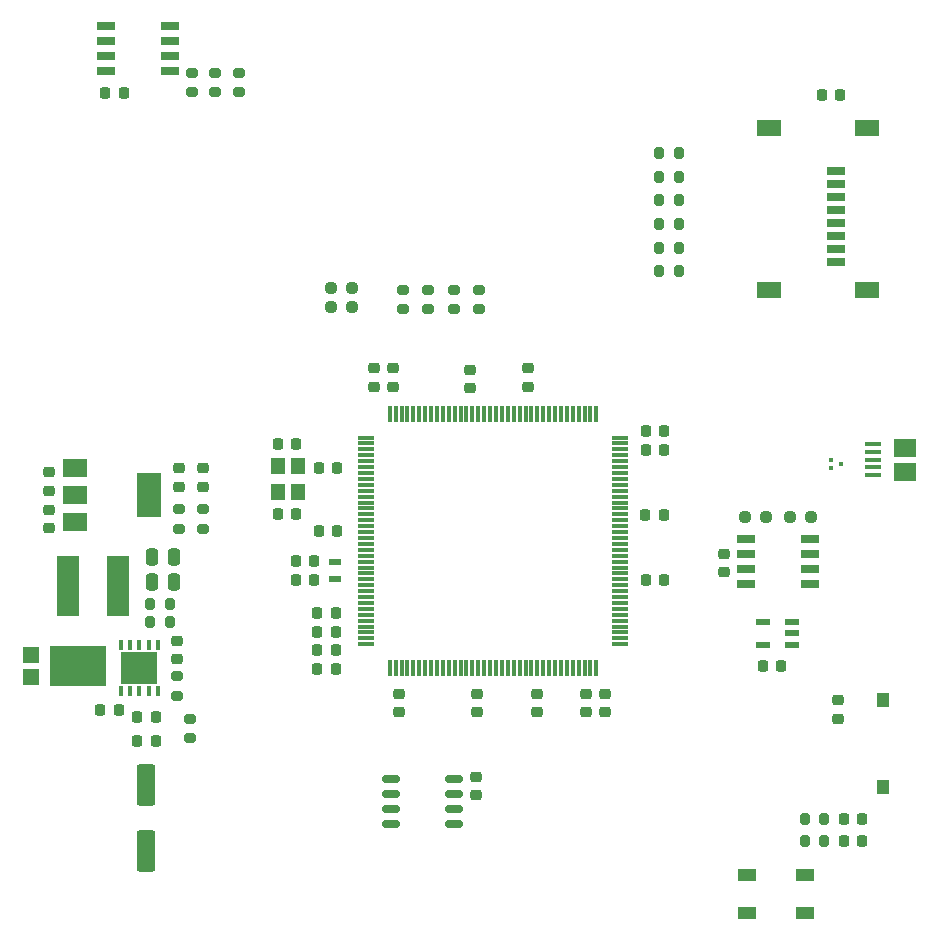
<source format=gbr>
%TF.GenerationSoftware,KiCad,Pcbnew,(6.0.0)*%
%TF.CreationDate,2022-01-20T18:10:17+07:00*%
%TF.ProjectId,CubeSat Thesis MCU V2,43756265-5361-4742-9054-686573697320,rev?*%
%TF.SameCoordinates,Original*%
%TF.FileFunction,Paste,Top*%
%TF.FilePolarity,Positive*%
%FSLAX46Y46*%
G04 Gerber Fmt 4.6, Leading zero omitted, Abs format (unit mm)*
G04 Created by KiCad (PCBNEW (6.0.0)) date 2022-01-20 18:10:17*
%MOMM*%
%LPD*%
G01*
G04 APERTURE LIST*
G04 Aperture macros list*
%AMRoundRect*
0 Rectangle with rounded corners*
0 $1 Rounding radius*
0 $2 $3 $4 $5 $6 $7 $8 $9 X,Y pos of 4 corners*
0 Add a 4 corners polygon primitive as box body*
4,1,4,$2,$3,$4,$5,$6,$7,$8,$9,$2,$3,0*
0 Add four circle primitives for the rounded corners*
1,1,$1+$1,$2,$3*
1,1,$1+$1,$4,$5*
1,1,$1+$1,$6,$7*
1,1,$1+$1,$8,$9*
0 Add four rect primitives between the rounded corners*
20,1,$1+$1,$2,$3,$4,$5,0*
20,1,$1+$1,$4,$5,$6,$7,0*
20,1,$1+$1,$6,$7,$8,$9,0*
20,1,$1+$1,$8,$9,$2,$3,0*%
G04 Aperture macros list end*
%ADD10RoundRect,0.225000X-0.225000X-0.250000X0.225000X-0.250000X0.225000X0.250000X-0.225000X0.250000X0*%
%ADD11R,1.200000X0.600000*%
%ADD12RoundRect,0.225000X-0.250000X0.225000X-0.250000X-0.225000X0.250000X-0.225000X0.250000X0.225000X0*%
%ADD13RoundRect,0.225000X0.225000X0.250000X-0.225000X0.250000X-0.225000X-0.250000X0.225000X-0.250000X0*%
%ADD14RoundRect,0.200000X-0.200000X-0.275000X0.200000X-0.275000X0.200000X0.275000X-0.200000X0.275000X0*%
%ADD15RoundRect,0.200000X-0.275000X0.200000X-0.275000X-0.200000X0.275000X-0.200000X0.275000X0.200000X0*%
%ADD16R,1.475000X0.300000*%
%ADD17R,0.300000X1.475000*%
%ADD18RoundRect,0.150000X-0.625000X-0.150000X0.625000X-0.150000X0.625000X0.150000X-0.625000X0.150000X0*%
%ADD19RoundRect,0.250000X-0.550000X1.500000X-0.550000X-1.500000X0.550000X-1.500000X0.550000X1.500000X0*%
%ADD20RoundRect,0.225000X0.250000X-0.225000X0.250000X0.225000X-0.250000X0.225000X-0.250000X-0.225000X0*%
%ADD21RoundRect,0.218750X-0.218750X-0.256250X0.218750X-0.256250X0.218750X0.256250X-0.218750X0.256250X0*%
%ADD22RoundRect,0.250000X-0.250000X-0.475000X0.250000X-0.475000X0.250000X0.475000X-0.250000X0.475000X0*%
%ADD23RoundRect,0.200000X0.275000X-0.200000X0.275000X0.200000X-0.275000X0.200000X-0.275000X-0.200000X0*%
%ADD24R,1.100000X0.600000*%
%ADD25R,1.350000X0.400000*%
%ADD26R,1.900000X1.500000*%
%ADD27R,1.400000X1.390000*%
%ADD28R,4.860000X3.360000*%
%ADD29R,1.528000X0.650000*%
%ADD30R,0.300000X0.300000*%
%ADD31RoundRect,0.218750X-0.256250X0.218750X-0.256250X-0.218750X0.256250X-0.218750X0.256250X0.218750X0*%
%ADD32R,0.350000X0.850000*%
%ADD33R,3.100000X2.700000*%
%ADD34RoundRect,0.237500X-0.250000X-0.237500X0.250000X-0.237500X0.250000X0.237500X-0.250000X0.237500X0*%
%ADD35R,1.500000X0.800000*%
%ADD36R,2.000000X1.450000*%
%ADD37R,1.525000X0.650000*%
%ADD38RoundRect,0.237500X0.250000X0.237500X-0.250000X0.237500X-0.250000X-0.237500X0.250000X-0.237500X0*%
%ADD39R,1.000000X1.200000*%
%ADD40R,1.200000X1.400000*%
%ADD41RoundRect,0.218750X0.218750X0.256250X-0.218750X0.256250X-0.218750X-0.256250X0.218750X-0.256250X0*%
%ADD42R,1.900000X5.100000*%
%ADD43R,2.000000X1.500000*%
%ADD44R,2.000000X3.800000*%
%ADD45R,1.500000X1.000000*%
%ADD46RoundRect,0.200000X0.200000X0.275000X-0.200000X0.275000X-0.200000X-0.275000X0.200000X-0.275000X0*%
G04 APERTURE END LIST*
D10*
%TO.C,C10*%
X100350000Y-87225000D03*
X101900000Y-87225000D03*
%TD*%
D11*
%TO.C,U3*%
X143925000Y-104200000D03*
X143925000Y-103250000D03*
X143925000Y-102300000D03*
X141425000Y-102300000D03*
X141425000Y-104200000D03*
%TD*%
D12*
%TO.C,C7*%
X91800000Y-103875000D03*
X91800000Y-105425000D03*
%TD*%
%TO.C,C28*%
X110600000Y-108350000D03*
X110600000Y-109900000D03*
%TD*%
D13*
%TO.C,C12*%
X103475000Y-97125000D03*
X101925000Y-97125000D03*
%TD*%
D14*
%TO.C,R7*%
X145000000Y-119000000D03*
X146650000Y-119000000D03*
%TD*%
%TO.C,R23*%
X132675000Y-66600000D03*
X134325000Y-66600000D03*
%TD*%
D15*
%TO.C,R14*%
X111000000Y-74175000D03*
X111000000Y-75825000D03*
%TD*%
D16*
%TO.C,IC2*%
X107862000Y-86675000D03*
X107862000Y-87175000D03*
X107862000Y-87675000D03*
X107862000Y-88175000D03*
X107862000Y-88675000D03*
X107862000Y-89175000D03*
X107862000Y-89675000D03*
X107862000Y-90175000D03*
X107862000Y-90675000D03*
X107862000Y-91175000D03*
X107862000Y-91675000D03*
X107862000Y-92175000D03*
X107862000Y-92675000D03*
X107862000Y-93175000D03*
X107862000Y-93675000D03*
X107862000Y-94175000D03*
X107862000Y-94675000D03*
X107862000Y-95175000D03*
X107862000Y-95675000D03*
X107862000Y-96175000D03*
X107862000Y-96675000D03*
X107862000Y-97175000D03*
X107862000Y-97675000D03*
X107862000Y-98175000D03*
X107862000Y-98675000D03*
X107862000Y-99175000D03*
X107862000Y-99675000D03*
X107862000Y-100175000D03*
X107862000Y-100675000D03*
X107862000Y-101175000D03*
X107862000Y-101675000D03*
X107862000Y-102175000D03*
X107862000Y-102675000D03*
X107862000Y-103175000D03*
X107862000Y-103675000D03*
X107862000Y-104175000D03*
D17*
X109850000Y-106163000D03*
X110350000Y-106163000D03*
X110850000Y-106163000D03*
X111350000Y-106163000D03*
X111850000Y-106163000D03*
X112350000Y-106163000D03*
X112850000Y-106163000D03*
X113350000Y-106163000D03*
X113850000Y-106163000D03*
X114350000Y-106163000D03*
X114850000Y-106163000D03*
X115350000Y-106163000D03*
X115850000Y-106163000D03*
X116350000Y-106163000D03*
X116850000Y-106163000D03*
X117350000Y-106163000D03*
X117850000Y-106163000D03*
X118350000Y-106163000D03*
X118850000Y-106163000D03*
X119350000Y-106163000D03*
X119850000Y-106163000D03*
X120350000Y-106163000D03*
X120850000Y-106163000D03*
X121350000Y-106163000D03*
X121850000Y-106163000D03*
X122350000Y-106163000D03*
X122850000Y-106163000D03*
X123350000Y-106163000D03*
X123850000Y-106163000D03*
X124350000Y-106163000D03*
X124850000Y-106163000D03*
X125350000Y-106163000D03*
X125850000Y-106163000D03*
X126350000Y-106163000D03*
X126850000Y-106163000D03*
X127350000Y-106163000D03*
D16*
X129338000Y-104175000D03*
X129338000Y-103675000D03*
X129338000Y-103175000D03*
X129338000Y-102675000D03*
X129338000Y-102175000D03*
X129338000Y-101675000D03*
X129338000Y-101175000D03*
X129338000Y-100675000D03*
X129338000Y-100175000D03*
X129338000Y-99675000D03*
X129338000Y-99175000D03*
X129338000Y-98675000D03*
X129338000Y-98175000D03*
X129338000Y-97675000D03*
X129338000Y-97175000D03*
X129338000Y-96675000D03*
X129338000Y-96175000D03*
X129338000Y-95675000D03*
X129338000Y-95175000D03*
X129338000Y-94675000D03*
X129338000Y-94175000D03*
X129338000Y-93675000D03*
X129338000Y-93175000D03*
X129338000Y-92675000D03*
X129338000Y-92175000D03*
X129338000Y-91675000D03*
X129338000Y-91175000D03*
X129338000Y-90675000D03*
X129338000Y-90175000D03*
X129338000Y-89675000D03*
X129338000Y-89175000D03*
X129338000Y-88675000D03*
X129338000Y-88175000D03*
X129338000Y-87675000D03*
X129338000Y-87175000D03*
X129338000Y-86675000D03*
D17*
X127350000Y-84687000D03*
X126850000Y-84687000D03*
X126350000Y-84687000D03*
X125850000Y-84687000D03*
X125350000Y-84687000D03*
X124850000Y-84687000D03*
X124350000Y-84687000D03*
X123850000Y-84687000D03*
X123350000Y-84687000D03*
X122850000Y-84687000D03*
X122350000Y-84687000D03*
X121850000Y-84687000D03*
X121350000Y-84687000D03*
X120850000Y-84687000D03*
X120350000Y-84687000D03*
X119850000Y-84687000D03*
X119350000Y-84687000D03*
X118850000Y-84687000D03*
X118350000Y-84687000D03*
X117850000Y-84687000D03*
X117350000Y-84687000D03*
X116850000Y-84687000D03*
X116350000Y-84687000D03*
X115850000Y-84687000D03*
X115350000Y-84687000D03*
X114850000Y-84687000D03*
X114350000Y-84687000D03*
X113850000Y-84687000D03*
X113350000Y-84687000D03*
X112850000Y-84687000D03*
X112350000Y-84687000D03*
X111850000Y-84687000D03*
X111350000Y-84687000D03*
X110850000Y-84687000D03*
X110350000Y-84687000D03*
X109850000Y-84687000D03*
%TD*%
D18*
%TO.C,U4*%
X109925000Y-115595000D03*
X109925000Y-116865000D03*
X109925000Y-118135000D03*
X109925000Y-119405000D03*
X115275000Y-119405000D03*
X115275000Y-118135000D03*
X115275000Y-116865000D03*
X115275000Y-115595000D03*
%TD*%
D19*
%TO.C,C1*%
X89200000Y-116100000D03*
X89200000Y-121700000D03*
%TD*%
D12*
%TO.C,C32*%
X147800000Y-108925000D03*
X147800000Y-110475000D03*
%TD*%
D20*
%TO.C,C18*%
X116650000Y-82500000D03*
X116650000Y-80950000D03*
%TD*%
D21*
%TO.C,L2*%
X103712500Y-106300000D03*
X105287500Y-106300000D03*
%TD*%
D22*
%TO.C,C8*%
X89700000Y-96763500D03*
X91600000Y-96763500D03*
%TD*%
D10*
%TO.C,C3*%
X88475000Y-112350000D03*
X90025000Y-112350000D03*
%TD*%
D13*
%TO.C,C11*%
X101900000Y-93125000D03*
X100350000Y-93125000D03*
%TD*%
D15*
%TO.C,R9*%
X93100000Y-55775000D03*
X93100000Y-57425000D03*
%TD*%
D23*
%TO.C,R19*%
X97100000Y-57425000D03*
X97100000Y-55775000D03*
%TD*%
D20*
%TO.C,C20*%
X121600000Y-82375000D03*
X121600000Y-80825000D03*
%TD*%
D24*
%TO.C,Y2*%
X105200000Y-98625000D03*
X105200000Y-97225000D03*
%TD*%
D20*
%TO.C,C16*%
X108500000Y-82350000D03*
X108500000Y-80800000D03*
%TD*%
D13*
%TO.C,C31*%
X105375000Y-89225000D03*
X103825000Y-89225000D03*
%TD*%
D20*
%TO.C,C17*%
X110100000Y-82350000D03*
X110100000Y-80800000D03*
%TD*%
D10*
%TO.C,C27*%
X141450000Y-106000000D03*
X143000000Y-106000000D03*
%TD*%
%TO.C,C36*%
X85775000Y-57475000D03*
X87325000Y-57475000D03*
%TD*%
D25*
%TO.C,J3*%
X150800000Y-89850000D03*
X150800000Y-89200000D03*
X150800000Y-88550000D03*
X150800000Y-87900000D03*
X150800000Y-87250000D03*
D26*
X153500000Y-87550000D03*
X153500000Y-89550000D03*
%TD*%
D14*
%TO.C,R6*%
X89588500Y-102317500D03*
X91238500Y-102317500D03*
%TD*%
%TO.C,R22*%
X132675000Y-68600000D03*
X134325000Y-68600000D03*
%TD*%
%TO.C,R12*%
X145000000Y-120800000D03*
X146650000Y-120800000D03*
%TD*%
D13*
%TO.C,C29*%
X105275000Y-101500000D03*
X103725000Y-101500000D03*
%TD*%
D27*
%TO.C,D3*%
X79448000Y-106920000D03*
X79448000Y-105080000D03*
D28*
X83430000Y-106000000D03*
%TD*%
D10*
%TO.C,C23*%
X131525000Y-98725000D03*
X133075000Y-98725000D03*
%TD*%
D29*
%TO.C,IC4*%
X91211000Y-55655000D03*
X91211000Y-54385000D03*
X91211000Y-53115000D03*
X91211000Y-51845000D03*
X85789000Y-51845000D03*
X85789000Y-53115000D03*
X85789000Y-54385000D03*
X85789000Y-55655000D03*
%TD*%
D13*
%TO.C,C5*%
X86888500Y-109717500D03*
X85338500Y-109717500D03*
%TD*%
D15*
%TO.C,R13*%
X113133333Y-74175000D03*
X113133333Y-75825000D03*
%TD*%
D30*
%TO.C,U2*%
X147202500Y-88575000D03*
X147202500Y-89275000D03*
X148052500Y-88925000D03*
%TD*%
D22*
%TO.C,C9*%
X89700000Y-98863500D03*
X91600000Y-98863500D03*
%TD*%
D10*
%TO.C,C21*%
X131525000Y-86150000D03*
X133075000Y-86150000D03*
%TD*%
%TO.C,C15*%
X131525000Y-87750000D03*
X133075000Y-87750000D03*
%TD*%
D12*
%TO.C,C14*%
X126500000Y-108350000D03*
X126500000Y-109900000D03*
%TD*%
D31*
%TO.C,D1*%
X92050000Y-89287500D03*
X92050000Y-90862500D03*
%TD*%
D13*
%TO.C,C30*%
X105375000Y-94625000D03*
X103825000Y-94625000D03*
%TD*%
D12*
%TO.C,C19*%
X138125000Y-96525000D03*
X138125000Y-98075000D03*
%TD*%
%TO.C,C35*%
X117180000Y-115425000D03*
X117180000Y-116975000D03*
%TD*%
D32*
%TO.C,IC1*%
X87063500Y-108117500D03*
X87863500Y-108117500D03*
X88663500Y-108117500D03*
X89463500Y-108117500D03*
X90263500Y-108117500D03*
X90263500Y-104217500D03*
X89463500Y-104217500D03*
X88663500Y-104217500D03*
X87863500Y-104217500D03*
X87063500Y-104217500D03*
D33*
X88663500Y-106167500D03*
%TD*%
D34*
%TO.C,R18*%
X143712500Y-93400000D03*
X145537500Y-93400000D03*
%TD*%
D14*
%TO.C,R25*%
X132675000Y-72600000D03*
X134325000Y-72600000D03*
%TD*%
D35*
%TO.C,J11*%
X147625000Y-64095000D03*
X147625000Y-65195000D03*
X147625000Y-66295000D03*
X147625000Y-67395000D03*
X147625000Y-68495000D03*
X147625000Y-69595000D03*
X147625000Y-70695000D03*
X147625000Y-71795000D03*
D36*
X150225000Y-60425000D03*
X141925000Y-60425000D03*
X141925000Y-74175000D03*
X150225000Y-74175000D03*
%TD*%
D12*
%TO.C,C24*%
X128100000Y-108350000D03*
X128100000Y-109900000D03*
%TD*%
D10*
%TO.C,C22*%
X131500000Y-93225000D03*
X133050000Y-93225000D03*
%TD*%
D14*
%TO.C,R24*%
X132675000Y-70600000D03*
X134325000Y-70600000D03*
%TD*%
%TO.C,R21*%
X132675000Y-64600000D03*
X134325000Y-64600000D03*
%TD*%
D37*
%TO.C,IC3*%
X140013000Y-95295000D03*
X140013000Y-96565000D03*
X140013000Y-97835000D03*
X140013000Y-99105000D03*
X145437000Y-99105000D03*
X145437000Y-97835000D03*
X145437000Y-96565000D03*
X145437000Y-95295000D03*
%TD*%
D20*
%TO.C,C6*%
X81000000Y-91163500D03*
X81000000Y-89613500D03*
%TD*%
D15*
%TO.C,R8*%
X95100000Y-55775000D03*
X95100000Y-57425000D03*
%TD*%
D31*
%TO.C,D2*%
X94050000Y-89287500D03*
X94050000Y-90862500D03*
%TD*%
D38*
%TO.C,R17*%
X141737500Y-93400000D03*
X139912500Y-93400000D03*
%TD*%
D23*
%TO.C,R2*%
X94050000Y-94400000D03*
X94050000Y-92750000D03*
%TD*%
D39*
%TO.C,S1*%
X151600000Y-108900000D03*
X151600000Y-116300000D03*
%TD*%
D13*
%TO.C,C34*%
X105275000Y-104700000D03*
X103725000Y-104700000D03*
%TD*%
D40*
%TO.C,Y1*%
X100375000Y-89075000D03*
X100375000Y-91275000D03*
X102075000Y-91275000D03*
X102075000Y-89075000D03*
%TD*%
D20*
%TO.C,C4*%
X81000000Y-94338500D03*
X81000000Y-92788500D03*
%TD*%
D13*
%TO.C,C13*%
X103475000Y-98725000D03*
X101925000Y-98725000D03*
%TD*%
D41*
%TO.C,D5*%
X149850000Y-120800000D03*
X148275000Y-120800000D03*
%TD*%
D13*
%TO.C,C33*%
X105275000Y-103100000D03*
X103725000Y-103100000D03*
%TD*%
D15*
%TO.C,R16*%
X115266666Y-74175000D03*
X115266666Y-75825000D03*
%TD*%
D12*
%TO.C,C25*%
X122300000Y-108350000D03*
X122300000Y-109900000D03*
%TD*%
D15*
%TO.C,R3*%
X92900000Y-110475000D03*
X92900000Y-112125000D03*
%TD*%
D42*
%TO.C,L1*%
X82650000Y-99263500D03*
X86850000Y-99263500D03*
%TD*%
D10*
%TO.C,C2*%
X88475000Y-110300000D03*
X90025000Y-110300000D03*
%TD*%
D41*
%TO.C,D4*%
X149850000Y-119000000D03*
X148275000Y-119000000D03*
%TD*%
D15*
%TO.C,R15*%
X117400000Y-74175000D03*
X117400000Y-75825000D03*
%TD*%
D43*
%TO.C,U1*%
X83200000Y-89238500D03*
D44*
X89500000Y-91538500D03*
D43*
X83200000Y-91538500D03*
X83200000Y-93838500D03*
%TD*%
D45*
%TO.C,D6*%
X145000000Y-126900000D03*
X145000000Y-123700000D03*
X140100000Y-123700000D03*
X140100000Y-126900000D03*
%TD*%
D23*
%TO.C,R1*%
X92050000Y-94400000D03*
X92050000Y-92750000D03*
%TD*%
D14*
%TO.C,R20*%
X132675000Y-62600000D03*
X134325000Y-62600000D03*
%TD*%
D12*
%TO.C,C26*%
X117200000Y-108350000D03*
X117200000Y-109900000D03*
%TD*%
D46*
%TO.C,R5*%
X91238500Y-100767500D03*
X89588500Y-100767500D03*
%TD*%
D23*
%TO.C,R4*%
X91800000Y-108525000D03*
X91800000Y-106875000D03*
%TD*%
D38*
%TO.C,R11*%
X106662500Y-74050000D03*
X104837500Y-74050000D03*
%TD*%
D13*
%TO.C,C37*%
X147975000Y-57700000D03*
X146425000Y-57700000D03*
%TD*%
D34*
%TO.C,R10*%
X104837500Y-75650000D03*
X106662500Y-75650000D03*
%TD*%
M02*

</source>
